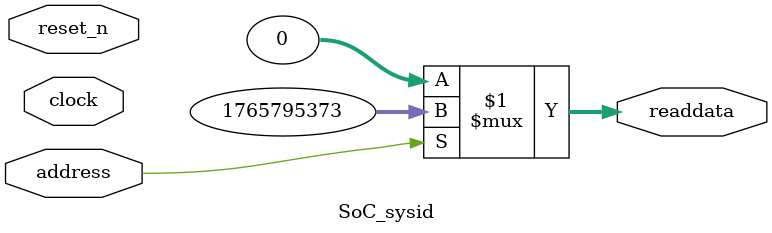
<source format=v>

`timescale 1ns / 1ps
// synthesis translate_on

// turn off superfluous verilog processor warnings 
// altera message_level Level1 
// altera message_off 10034 10035 10036 10037 10230 10240 10030 

module SoC_sysid (
               // inputs:
                address,
                clock,
                reset_n,

               // outputs:
                readdata
             )
;

  output  [ 31: 0] readdata;
  input            address;
  input            clock;
  input            reset_n;

  wire    [ 31: 0] readdata;
  //control_slave, which is an e_avalon_slave
  assign readdata = address ? 1765795373 : 0;

endmodule




</source>
